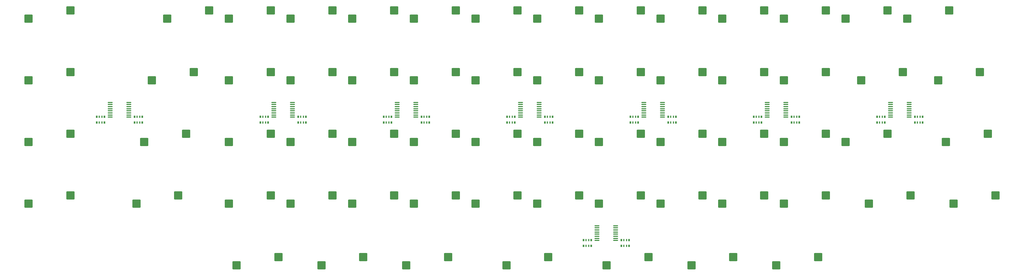
<source format=gbr>
%TF.GenerationSoftware,KiCad,Pcbnew,7.0.1*%
%TF.CreationDate,2023-05-09T15:13:21+09:00*%
%TF.ProjectId,Pherk60,50686572-6b36-4302-9e6b-696361645f70,rev?*%
%TF.SameCoordinates,Original*%
%TF.FileFunction,Paste,Bot*%
%TF.FilePolarity,Positive*%
%FSLAX46Y46*%
G04 Gerber Fmt 4.6, Leading zero omitted, Abs format (unit mm)*
G04 Created by KiCad (PCBNEW 7.0.1) date 2023-05-09 15:13:21*
%MOMM*%
%LPD*%
G01*
G04 APERTURE LIST*
G04 Aperture macros list*
%AMRoundRect*
0 Rectangle with rounded corners*
0 $1 Rounding radius*
0 $2 $3 $4 $5 $6 $7 $8 $9 X,Y pos of 4 corners*
0 Add a 4 corners polygon primitive as box body*
4,1,4,$2,$3,$4,$5,$6,$7,$8,$9,$2,$3,0*
0 Add four circle primitives for the rounded corners*
1,1,$1+$1,$2,$3*
1,1,$1+$1,$4,$5*
1,1,$1+$1,$6,$7*
1,1,$1+$1,$8,$9*
0 Add four rect primitives between the rounded corners*
20,1,$1+$1,$2,$3,$4,$5,0*
20,1,$1+$1,$4,$5,$6,$7,0*
20,1,$1+$1,$6,$7,$8,$9,0*
20,1,$1+$1,$8,$9,$2,$3,0*%
G04 Aperture macros list end*
%ADD10RoundRect,0.200000X-1.075000X-1.050000X1.075000X-1.050000X1.075000X1.050000X-1.075000X1.050000X0*%
%ADD11R,0.500000X0.800000*%
%ADD12R,0.400000X0.800000*%
%ADD13RoundRect,0.100000X-0.637500X-0.100000X0.637500X-0.100000X0.637500X0.100000X-0.637500X0.100000X0*%
G04 APERTURE END LIST*
D10*
%TO.C,SW50*%
X283427500Y-54610000D03*
X296354500Y-52070000D03*
%TD*%
%TO.C,SW24*%
X145315000Y-92710000D03*
X158242000Y-90170000D03*
%TD*%
%TO.C,SW52*%
X285808750Y-92710000D03*
X298735750Y-90170000D03*
%TD*%
%TO.C,SW17*%
X126265000Y-35560000D03*
X139192000Y-33020000D03*
%TD*%
%TO.C,SW12*%
X88165000Y-92710000D03*
X101092000Y-90170000D03*
%TD*%
%TO.C,SW28*%
X164365000Y-92710000D03*
X177292000Y-90170000D03*
%TD*%
%TO.C,SW31*%
X183415000Y-73660000D03*
X196342000Y-71120000D03*
%TD*%
%TO.C,SW11*%
X88165000Y-73660000D03*
X101092000Y-71120000D03*
%TD*%
%TO.C,SW3*%
X26252500Y-73660000D03*
X39179500Y-71120000D03*
%TD*%
%TO.C,SW39*%
X221515000Y-73660000D03*
X234442000Y-71120000D03*
%TD*%
%TO.C,SW9*%
X88165000Y-35560000D03*
X101092000Y-33020000D03*
%TD*%
%TO.C,SW1*%
X26252500Y-35560000D03*
X39179500Y-33020000D03*
%TD*%
%TO.C,SW6*%
X64352500Y-54610000D03*
X77279500Y-52070000D03*
%TD*%
%TO.C,SW13*%
X107215000Y-35560000D03*
X120142000Y-33020000D03*
%TD*%
%TO.C,SW58*%
X116740000Y-111760000D03*
X129667000Y-109220000D03*
%TD*%
%TO.C,SW35*%
X202465000Y-73660000D03*
X215392000Y-71120000D03*
%TD*%
%TO.C,SW61*%
X204846250Y-111760000D03*
X217773250Y-109220000D03*
%TD*%
%TO.C,SW43*%
X240565000Y-73660000D03*
X253492000Y-71120000D03*
%TD*%
%TO.C,SW62*%
X231040000Y-111760000D03*
X243967000Y-109220000D03*
%TD*%
%TO.C,SW54*%
X307240000Y-54610000D03*
X320167000Y-52070000D03*
%TD*%
%TO.C,SW44*%
X240565000Y-92710000D03*
X253492000Y-90170000D03*
%TD*%
%TO.C,SW16*%
X107215000Y-92710000D03*
X120142000Y-90170000D03*
%TD*%
%TO.C,SW60*%
X173890000Y-111760000D03*
X186817000Y-109220000D03*
%TD*%
%TO.C,SW27*%
X164365000Y-73660000D03*
X177292000Y-71120000D03*
%TD*%
%TO.C,SW26*%
X164365000Y-54610000D03*
X177292000Y-52070000D03*
%TD*%
%TO.C,SW42*%
X240565000Y-54610000D03*
X253492000Y-52070000D03*
%TD*%
%TO.C,SW23*%
X145315000Y-73660000D03*
X158242000Y-71120000D03*
%TD*%
%TO.C,SW5*%
X69115000Y-35560000D03*
X82042000Y-33020000D03*
%TD*%
%TO.C,SW57*%
X90546250Y-111760000D03*
X103473250Y-109220000D03*
%TD*%
%TO.C,SW33*%
X202465000Y-35560000D03*
X215392000Y-33020000D03*
%TD*%
%TO.C,SW48*%
X259615000Y-92710000D03*
X272542000Y-90170000D03*
%TD*%
%TO.C,SW49*%
X278665000Y-35560000D03*
X291592000Y-33020000D03*
%TD*%
%TO.C,SW55*%
X309621250Y-73660000D03*
X322548250Y-71120000D03*
%TD*%
%TO.C,SW38*%
X221515000Y-54610000D03*
X234442000Y-52070000D03*
%TD*%
%TO.C,SW32*%
X183415000Y-92710000D03*
X196342000Y-90170000D03*
%TD*%
%TO.C,SW7*%
X61971250Y-73660000D03*
X74898250Y-71120000D03*
%TD*%
%TO.C,SW15*%
X107215000Y-73660000D03*
X120142000Y-71120000D03*
%TD*%
%TO.C,SW29*%
X183415000Y-35560000D03*
X196342000Y-33020000D03*
%TD*%
%TO.C,SW2*%
X26252500Y-54610000D03*
X39179500Y-52070000D03*
%TD*%
%TO.C,SW22*%
X145315000Y-54610000D03*
X158242000Y-52070000D03*
%TD*%
%TO.C,SW19*%
X126265000Y-73660000D03*
X139192000Y-71120000D03*
%TD*%
%TO.C,SW21*%
X145315000Y-35560000D03*
X158242000Y-33020000D03*
%TD*%
%TO.C,SW25*%
X164365000Y-35560000D03*
X177292000Y-33020000D03*
%TD*%
%TO.C,SW47*%
X259615000Y-73660000D03*
X272542000Y-71120000D03*
%TD*%
%TO.C,SW8*%
X59590000Y-92710000D03*
X72517000Y-90170000D03*
%TD*%
%TO.C,SW37*%
X221515000Y-35560000D03*
X234442000Y-33020000D03*
%TD*%
%TO.C,SW34*%
X202465000Y-54610000D03*
X215392000Y-52070000D03*
%TD*%
%TO.C,SW18*%
X126265000Y-54610000D03*
X139192000Y-52070000D03*
%TD*%
%TO.C,SW59*%
X142933750Y-111760000D03*
X155860750Y-109220000D03*
%TD*%
%TO.C,SW36*%
X202465000Y-92710000D03*
X215392000Y-90170000D03*
%TD*%
%TO.C,SW63*%
X257233750Y-111760000D03*
X270160750Y-109220000D03*
%TD*%
%TO.C,SW45*%
X259615000Y-35560000D03*
X272542000Y-33020000D03*
%TD*%
%TO.C,SW14*%
X107215000Y-54610000D03*
X120142000Y-52070000D03*
%TD*%
%TO.C,SW40*%
X221515000Y-92710000D03*
X234442000Y-90170000D03*
%TD*%
%TO.C,SW10*%
X88165000Y-54610000D03*
X101092000Y-52070000D03*
%TD*%
%TO.C,SW51*%
X278665000Y-73660000D03*
X291592000Y-71120000D03*
%TD*%
%TO.C,SW4*%
X26252500Y-92710000D03*
X39179500Y-90170000D03*
%TD*%
%TO.C,SW41*%
X240565000Y-35560000D03*
X253492000Y-33020000D03*
%TD*%
%TO.C,SW20*%
X126265000Y-92710000D03*
X139192000Y-90170000D03*
%TD*%
%TO.C,SW46*%
X259615000Y-54610000D03*
X272542000Y-52070000D03*
%TD*%
%TO.C,SW53*%
X297715000Y-35560000D03*
X310642000Y-33020000D03*
%TD*%
%TO.C,SW56*%
X312002500Y-92710000D03*
X324929500Y-90170000D03*
%TD*%
%TO.C,SW30*%
X183415000Y-54610000D03*
X196342000Y-52070000D03*
%TD*%
D11*
%TO.C,RN3*%
X100260000Y-67638500D03*
D12*
X99460000Y-67638500D03*
X98660000Y-67638500D03*
D11*
X97860000Y-67638500D03*
X97860000Y-65838500D03*
D12*
X98660000Y-65838500D03*
X99460000Y-65838500D03*
D11*
X100260000Y-65838500D03*
%TD*%
%TO.C,RN7*%
X176460000Y-67638500D03*
D12*
X175660000Y-67638500D03*
X174860000Y-67638500D03*
D11*
X174060000Y-67638500D03*
X174060000Y-65838500D03*
D12*
X174860000Y-65838500D03*
X175660000Y-65838500D03*
D11*
X176460000Y-65838500D03*
%TD*%
D13*
%TO.C,U8*%
X201861500Y-104065500D03*
X201861500Y-103415500D03*
X201861500Y-102765500D03*
X201861500Y-102115500D03*
X201861500Y-101465500D03*
X201861500Y-100815500D03*
X201861500Y-100165500D03*
X201861500Y-99515500D03*
X207586500Y-99515500D03*
X207586500Y-100165500D03*
X207586500Y-100815500D03*
X207586500Y-101465500D03*
X207586500Y-102115500D03*
X207586500Y-102765500D03*
X207586500Y-103415500D03*
X207586500Y-104065500D03*
%TD*%
D11*
%TO.C,RN5*%
X138360000Y-67638500D03*
D12*
X137560000Y-67638500D03*
X136760000Y-67638500D03*
D11*
X135960000Y-67638500D03*
X135960000Y-65838500D03*
D12*
X136760000Y-65838500D03*
X137560000Y-65838500D03*
D11*
X138360000Y-65838500D03*
%TD*%
%TO.C,RN15*%
X200082000Y-105738500D03*
D12*
X199282000Y-105738500D03*
X198482000Y-105738500D03*
D11*
X197682000Y-105738500D03*
X197682000Y-103938500D03*
D12*
X198482000Y-103938500D03*
X199282000Y-103938500D03*
D11*
X200082000Y-103938500D03*
%TD*%
%TO.C,RN4*%
X109544000Y-65838500D03*
D12*
X110344000Y-65838500D03*
X111144000Y-65838500D03*
D11*
X111944000Y-65838500D03*
X111944000Y-67638500D03*
D12*
X111144000Y-67638500D03*
X110344000Y-67638500D03*
D11*
X109544000Y-67638500D03*
%TD*%
%TO.C,RN6*%
X147644000Y-65838500D03*
D12*
X148444000Y-65838500D03*
X149244000Y-65838500D03*
D11*
X150044000Y-65838500D03*
X150044000Y-67638500D03*
D12*
X149244000Y-67638500D03*
X148444000Y-67638500D03*
D11*
X147644000Y-67638500D03*
%TD*%
%TO.C,RN12*%
X261944000Y-65838500D03*
D12*
X262744000Y-65838500D03*
X263544000Y-65838500D03*
D11*
X264344000Y-65838500D03*
X264344000Y-67638500D03*
D12*
X263544000Y-67638500D03*
X262744000Y-67638500D03*
D11*
X261944000Y-67638500D03*
%TD*%
D13*
%TO.C,U4*%
X178239500Y-65965500D03*
X178239500Y-65315500D03*
X178239500Y-64665500D03*
X178239500Y-64015500D03*
X178239500Y-63365500D03*
X178239500Y-62715500D03*
X178239500Y-62065500D03*
X178239500Y-61415500D03*
X183964500Y-61415500D03*
X183964500Y-62065500D03*
X183964500Y-62715500D03*
X183964500Y-63365500D03*
X183964500Y-64015500D03*
X183964500Y-64665500D03*
X183964500Y-65315500D03*
X183964500Y-65965500D03*
%TD*%
D11*
%TO.C,RN1*%
X49714000Y-67638500D03*
D12*
X48914000Y-67638500D03*
X48114000Y-67638500D03*
D11*
X47314000Y-67638500D03*
X47314000Y-65838500D03*
D12*
X48114000Y-65838500D03*
X48914000Y-65838500D03*
D11*
X49714000Y-65838500D03*
%TD*%
%TO.C,RN8*%
X185744000Y-65838500D03*
D12*
X186544000Y-65838500D03*
X187344000Y-65838500D03*
D11*
X188144000Y-65838500D03*
X188144000Y-67638500D03*
D12*
X187344000Y-67638500D03*
X186544000Y-67638500D03*
D11*
X185744000Y-67638500D03*
%TD*%
%TO.C,RN2*%
X58998000Y-65838500D03*
D12*
X59798000Y-65838500D03*
X60598000Y-65838500D03*
D11*
X61398000Y-65838500D03*
X61398000Y-67638500D03*
D12*
X60598000Y-67638500D03*
X59798000Y-67638500D03*
D11*
X58998000Y-67638500D03*
%TD*%
D13*
%TO.C,U7*%
X292539500Y-65965500D03*
X292539500Y-65315500D03*
X292539500Y-64665500D03*
X292539500Y-64015500D03*
X292539500Y-63365500D03*
X292539500Y-62715500D03*
X292539500Y-62065500D03*
X292539500Y-61415500D03*
X298264500Y-61415500D03*
X298264500Y-62065500D03*
X298264500Y-62715500D03*
X298264500Y-63365500D03*
X298264500Y-64015500D03*
X298264500Y-64665500D03*
X298264500Y-65315500D03*
X298264500Y-65965500D03*
%TD*%
D11*
%TO.C,RN16*%
X209366000Y-103938500D03*
D12*
X210166000Y-103938500D03*
X210966000Y-103938500D03*
D11*
X211766000Y-103938500D03*
X211766000Y-105738500D03*
D12*
X210966000Y-105738500D03*
X210166000Y-105738500D03*
D11*
X209366000Y-105738500D03*
%TD*%
%TO.C,RN11*%
X252660000Y-67638500D03*
D12*
X251860000Y-67638500D03*
X251060000Y-67638500D03*
D11*
X250260000Y-67638500D03*
X250260000Y-65838500D03*
D12*
X251060000Y-65838500D03*
X251860000Y-65838500D03*
D11*
X252660000Y-65838500D03*
%TD*%
%TO.C,RN13*%
X290760000Y-67638500D03*
D12*
X289960000Y-67638500D03*
X289160000Y-67638500D03*
D11*
X288360000Y-67638500D03*
X288360000Y-65838500D03*
D12*
X289160000Y-65838500D03*
X289960000Y-65838500D03*
D11*
X290760000Y-65838500D03*
%TD*%
%TO.C,RN9*%
X214560000Y-67638500D03*
D12*
X213760000Y-67638500D03*
X212960000Y-67638500D03*
D11*
X212160000Y-67638500D03*
X212160000Y-65838500D03*
D12*
X212960000Y-65838500D03*
X213760000Y-65838500D03*
D11*
X214560000Y-65838500D03*
%TD*%
D13*
%TO.C,U5*%
X216339500Y-65965500D03*
X216339500Y-65315500D03*
X216339500Y-64665500D03*
X216339500Y-64015500D03*
X216339500Y-63365500D03*
X216339500Y-62715500D03*
X216339500Y-62065500D03*
X216339500Y-61415500D03*
X222064500Y-61415500D03*
X222064500Y-62065500D03*
X222064500Y-62715500D03*
X222064500Y-63365500D03*
X222064500Y-64015500D03*
X222064500Y-64665500D03*
X222064500Y-65315500D03*
X222064500Y-65965500D03*
%TD*%
%TO.C,U1*%
X51493500Y-65965500D03*
X51493500Y-65315500D03*
X51493500Y-64665500D03*
X51493500Y-64015500D03*
X51493500Y-63365500D03*
X51493500Y-62715500D03*
X51493500Y-62065500D03*
X51493500Y-61415500D03*
X57218500Y-61415500D03*
X57218500Y-62065500D03*
X57218500Y-62715500D03*
X57218500Y-63365500D03*
X57218500Y-64015500D03*
X57218500Y-64665500D03*
X57218500Y-65315500D03*
X57218500Y-65965500D03*
%TD*%
%TO.C,U6*%
X254439500Y-65965500D03*
X254439500Y-65315500D03*
X254439500Y-64665500D03*
X254439500Y-64015500D03*
X254439500Y-63365500D03*
X254439500Y-62715500D03*
X254439500Y-62065500D03*
X254439500Y-61415500D03*
X260164500Y-61415500D03*
X260164500Y-62065500D03*
X260164500Y-62715500D03*
X260164500Y-63365500D03*
X260164500Y-64015500D03*
X260164500Y-64665500D03*
X260164500Y-65315500D03*
X260164500Y-65965500D03*
%TD*%
%TO.C,U3*%
X140139500Y-65965500D03*
X140139500Y-65315500D03*
X140139500Y-64665500D03*
X140139500Y-64015500D03*
X140139500Y-63365500D03*
X140139500Y-62715500D03*
X140139500Y-62065500D03*
X140139500Y-61415500D03*
X145864500Y-61415500D03*
X145864500Y-62065500D03*
X145864500Y-62715500D03*
X145864500Y-63365500D03*
X145864500Y-64015500D03*
X145864500Y-64665500D03*
X145864500Y-65315500D03*
X145864500Y-65965500D03*
%TD*%
%TO.C,U2*%
X102039500Y-65965500D03*
X102039500Y-65315500D03*
X102039500Y-64665500D03*
X102039500Y-64015500D03*
X102039500Y-63365500D03*
X102039500Y-62715500D03*
X102039500Y-62065500D03*
X102039500Y-61415500D03*
X107764500Y-61415500D03*
X107764500Y-62065500D03*
X107764500Y-62715500D03*
X107764500Y-63365500D03*
X107764500Y-64015500D03*
X107764500Y-64665500D03*
X107764500Y-65315500D03*
X107764500Y-65965500D03*
%TD*%
D11*
%TO.C,RN14*%
X300044000Y-65838500D03*
D12*
X300844000Y-65838500D03*
X301644000Y-65838500D03*
D11*
X302444000Y-65838500D03*
X302444000Y-67638500D03*
D12*
X301644000Y-67638500D03*
X300844000Y-67638500D03*
D11*
X300044000Y-67638500D03*
%TD*%
%TO.C,RN10*%
X223844000Y-65838500D03*
D12*
X224644000Y-65838500D03*
X225444000Y-65838500D03*
D11*
X226244000Y-65838500D03*
X226244000Y-67638500D03*
D12*
X225444000Y-67638500D03*
X224644000Y-67638500D03*
D11*
X223844000Y-67638500D03*
%TD*%
M02*

</source>
